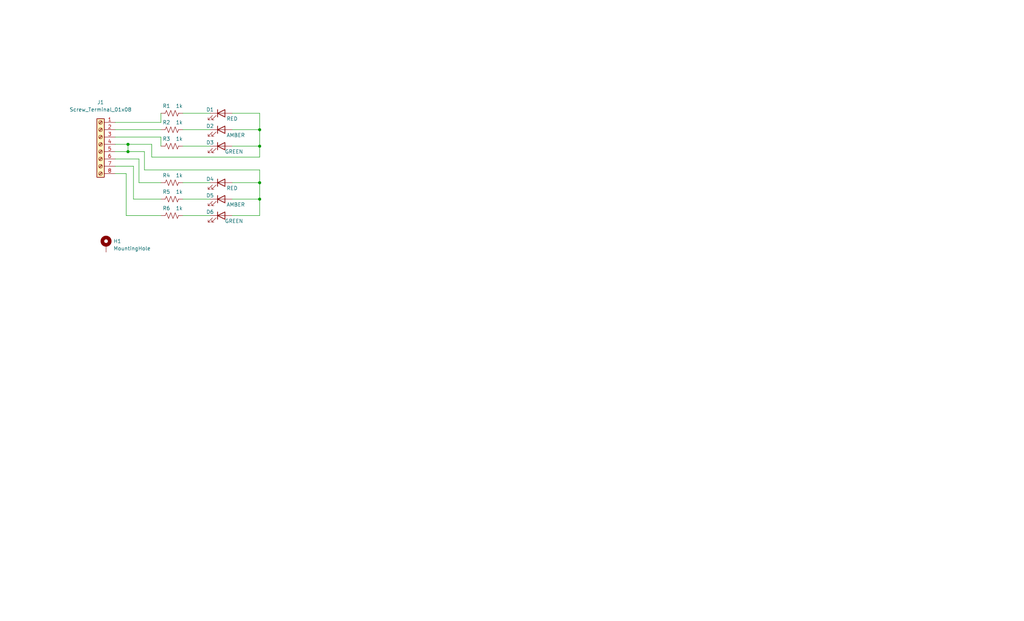
<source format=kicad_sch>
(kicad_sch (version 20211123) (generator eeschema)
  (paper "USLegal")
  (title_block (title "MSS Cascade Basic v1.0") (company "Iowa Scaled Engineering"))
  (lib_symbols
    (symbol "Connector:Screw_Terminal_01x08" (pin_names (offset 1.016) hide)
      (property "Reference" "J" (at 0 10.16 0))
      (property "Value" "Screw_Terminal_01x08" (at 0 -12.7 0))
      (symbol "Screw_Terminal_01x08_1_1"
        (rectangle (start -1.27 8.89) (end 1.27 -11.43) (stroke (width 0.254)) (fill (type background)))
        (circle (center 0 -10.16) (radius 0.635) (stroke (width 0.1524)))
        (circle (center 0 -7.62) (radius 0.635) (stroke (width 0.1524)))
        (circle (center 0 -5.08) (radius 0.635) (stroke (width 0.1524)))
        (circle (center 0 -2.54) (radius 0.635) (stroke (width 0.1524)))
        (polyline (pts (xy -0.5334 -9.8298) (xy 0.3302 -10.668)) (stroke (width 0.1524)))
        (polyline (pts (xy -0.5334 -7.2898) (xy 0.3302 -8.128)) (stroke (width 0.1524)))
        (polyline (pts (xy -0.5334 -4.7498) (xy 0.3302 -5.588)) (stroke (width 0.1524)))
        (polyline (pts (xy -0.5334 -2.2098) (xy 0.3302 -3.048)) (stroke (width 0.1524)))
        (polyline (pts (xy -0.5334 0.3302) (xy 0.3302 -0.508)) (stroke (width 0.1524)))
        (polyline (pts (xy -0.5334 2.8702) (xy 0.3302 2.032)) (stroke (width 0.1524)))
        (polyline (pts (xy -0.5334 5.4102) (xy 0.3302 4.572)) (stroke (width 0.1524)))
        (polyline (pts (xy -0.5334 7.9502) (xy 0.3302 7.112)) (stroke (width 0.1524)))
        (polyline (pts (xy -0.3556 -9.652) (xy 0.508 -10.4902)) (stroke (width 0.1524)))
        (polyline (pts (xy -0.3556 -7.112) (xy 0.508 -7.9502)) (stroke (width 0.1524)))
        (polyline (pts (xy -0.3556 -4.572) (xy 0.508 -5.4102)) (stroke (width 0.1524)))
        (polyline (pts (xy -0.3556 -2.032) (xy 0.508 -2.8702)) (stroke (width 0.1524)))
        (polyline (pts (xy -0.3556 0.508) (xy 0.508 -0.3302)) (stroke (width 0.1524)))
        (polyline (pts (xy -0.3556 3.048) (xy 0.508 2.2098)) (stroke (width 0.1524)))
        (polyline (pts (xy -0.3556 5.588) (xy 0.508 4.7498)) (stroke (width 0.1524)))
        (polyline (pts (xy -0.3556 8.128) (xy 0.508 7.2898)) (stroke (width 0.1524)))
        (circle (center 0 0) (radius 0.635) (stroke (width 0.1524)))
        (circle (center 0 2.54) (radius 0.635) (stroke (width 0.1524)))
        (circle (center 0 5.08) (radius 0.635) (stroke (width 0.1524)))
        (circle (center 0 7.62) (radius 0.635) (stroke (width 0.1524)))
        (pin passive line (at -5.08 7.62 0) (length 3.81) (name "Pin_1") (number "1"))
        (pin passive line (at -5.08 5.08 0) (length 3.81) (name "Pin_2") (number "2"))
        (pin passive line (at -5.08 2.54 0) (length 3.81) (name "Pin_3") (number "3"))
        (pin passive line (at -5.08 0 0) (length 3.81) (name "Pin_4") (number "4"))
        (pin passive line (at -5.08 -2.54 0) (length 3.81) (name "Pin_5") (number "5"))
        (pin passive line (at -5.08 -5.08 0) (length 3.81) (name "Pin_6") (number "6"))
        (pin passive line (at -5.08 -7.62 0) (length 3.81) (name "Pin_7") (number "7"))
        (pin passive line (at -5.08 -10.16 0) (length 3.81) (name "Pin_8") (number "8"))
      )
    )
    (symbol "Device:LED" (pin_numbers hide) (pin_names (offset 1.016) hide)
      (property "Reference" "D" (at 0 2.54 0))
      (property "Value" "LED" (at 0 -2.54 0))
      (symbol "LED_0_1"
        (polyline (pts (xy -1.27 -1.27) (xy -1.27 1.27)) (stroke (width 0.254)))
        (polyline (pts (xy -1.27 0) (xy 1.27 0)))
        (polyline (pts (xy 1.27 -1.27) (xy 1.27 1.27) (xy -1.27 0) (xy 1.27 -1.27)) (stroke (width 0.254)))
        (polyline (pts (xy -3.048 -0.762) (xy -4.572 -2.286) (xy -3.81 -2.286) (xy -4.572 -2.286) (xy -4.572 -1.524)))
        (polyline (pts (xy -1.778 -0.762) (xy -3.302 -2.286) (xy -2.54 -2.286) (xy -3.302 -2.286) (xy -3.302 -1.524)))
      )
      (symbol "LED_1_1"
        (pin passive line (at -3.81 0 0) (length 2.54) (name "K") (number "1"))
        (pin passive line (at 3.81 0 180) (length 2.54) (name "A") (number "2"))
      )
    )
    (symbol "Device:R_US" (pin_numbers hide) (pin_names (offset 0))
      (property "Reference" "R" (at 2.54 0 90))
      (property "Value" "R_US" (at -2.54 0 90))
      (symbol "R_US_0_1"
        (polyline (pts (xy 0 -2.286) (xy 0 -2.54)))
        (polyline (pts (xy 0 2.286) (xy 0 2.54)))
        (polyline (pts (xy 0 -0.762) (xy 1.016 -1.143) (xy 0 -1.524) (xy -1.016 -1.905) (xy 0 -2.286)))
        (polyline (pts (xy 0 0.762) (xy 1.016 0.381) (xy 0 0) (xy -1.016 -0.381) (xy 0 -0.762)))
        (polyline (pts (xy 0 2.286) (xy 1.016 1.905) (xy 0 1.524) (xy -1.016 1.143) (xy 0 0.762)))
      )
      (symbol "R_US_1_1"
        (pin passive line (at 0 3.81 270) (length 1.27) (name "~") (number "1"))
        (pin passive line (at 0 -3.81 90) (length 1.27) (name "~") (number "2"))
      )
    )
    (symbol "Mechanical:MountingHole_Pad" (pin_numbers hide) (pin_names (offset 1.016) hide)
      (property "Reference" "H" (at 0 6.35 0))
      (property "Value" "MountingHole_Pad" (at 0 4.445 0))
      (symbol "MountingHole_Pad_0_1"
        (circle (center 0 1.27) (radius 1.27) (stroke (width 1.27)))
      )
      (symbol "MountingHole_Pad_1_1"
        (pin input line (at 0 -2.54 90) (length 2.54) (name "1") (number "1"))
      )
    )
  )
  (junction (at 90.17 69.215))
  (junction (at 90.17 50.8))
  (junction (at 44.45 50.165))
  (junction (at 44.45 52.705))
  (junction (at 90.17 45.085))
  (junction (at 90.17 63.5))
  (wire (pts (xy 63.5 39.37) (xy 73.025 39.37)))
  (wire (pts (xy 48.26 63.5) (xy 55.88 63.5)))
  (wire (pts (xy 80.645 39.37) (xy 90.17 39.37)))
  (wire (pts (xy 80.645 69.215) (xy 90.17 69.215)))
  (wire (pts (xy 80.645 50.8) (xy 90.17 50.8)))
  (wire (pts (xy 40.005 50.165) (xy 44.45 50.165)))
  (wire (pts (xy 40.005 57.785) (xy 46.355 57.785)))
  (wire (pts (xy 43.815 60.325) (xy 43.815 74.93)))
  (wire (pts (xy 55.88 42.545) (xy 55.88 39.37)))
  (wire (pts (xy 52.705 54.61) (xy 90.17 54.61)))
  (wire (pts (xy 50.165 52.705) (xy 50.165 59.055)))
  (wire (pts (xy 44.45 50.165) (xy 44.45 52.705)))
  (wire (pts (xy 90.17 50.8) (xy 90.17 54.61)))
  (wire (pts (xy 52.705 50.165) (xy 52.705 54.61)))
  (wire (pts (xy 43.815 74.93) (xy 55.88 74.93)))
  (wire (pts (xy 90.17 63.5) (xy 90.17 69.215)))
  (wire (pts (xy 40.005 55.245) (xy 48.26 55.245)))
  (wire (pts (xy 90.17 45.085) (xy 90.17 50.8)))
  (wire (pts (xy 40.005 60.325) (xy 43.815 60.325)))
  (wire (pts (xy 63.5 69.215) (xy 73.025 69.215)))
  (wire (pts (xy 90.17 39.37) (xy 90.17 45.085)))
  (wire (pts (xy 40.005 47.625) (xy 55.88 47.625)))
  (wire (pts (xy 40.005 45.085) (xy 55.88 45.085)))
  (wire (pts (xy 63.5 63.5) (xy 73.025 63.5)))
  (wire (pts (xy 63.5 74.93) (xy 73.025 74.93)))
  (wire (pts (xy 80.645 74.93) (xy 90.17 74.93)))
  (wire (pts (xy 44.45 52.705) (xy 50.165 52.705)))
  (wire (pts (xy 46.355 57.785) (xy 46.355 69.215)))
  (wire (pts (xy 40.005 42.545) (xy 55.88 42.545)))
  (wire (pts (xy 90.17 59.055) (xy 90.17 63.5)))
  (wire (pts (xy 50.165 59.055) (xy 90.17 59.055)))
  (wire (pts (xy 90.17 69.215) (xy 90.17 74.93)))
  (wire (pts (xy 46.355 69.215) (xy 55.88 69.215)))
  (wire (pts (xy 44.45 50.165) (xy 52.705 50.165)))
  (wire (pts (xy 40.005 52.705) (xy 44.45 52.705)))
  (wire (pts (xy 55.88 47.625) (xy 55.88 50.8)))
  (wire (pts (xy 48.26 55.245) (xy 48.26 63.5)))
  (wire (pts (xy 80.645 63.5) (xy 90.17 63.5)))
  (wire (pts (xy 63.5 50.8) (xy 73.025 50.8)))
  (wire (pts (xy 80.645 45.085) (xy 90.17 45.085)))
  (wire (pts (xy 63.5 45.085) (xy 73.025 45.085)))
  (symbol (lib_id "Device:LED") (at 76.835 74.93 0) (unit 1)
    (property "Reference" "D6" (at 74.295 73.66 0) (effects (justify right)))
    (property "Value" "GREEN" (at 84.455 76.835 0) (effects (justify right)))
    (property "Footprint" "LED_SMD:LED_0805_2012Metric" (effects hide))
  )
  (symbol (lib_id "Device:R_US") (at 59.69 45.085 270) (unit 1)
    (property "Reference" "R2" (at 57.785 42.545 90))
    (property "Value" "1k" (at 62.23 42.545 90))
    (property "Footprint" "Resistor_SMD:R_0805_2012Metric" (effects hide))
  )
  (symbol (lib_id "Device:R_US") (at 59.69 74.93 270) (unit 1)
    (property "Reference" "R6" (at 57.785 72.39 90))
    (property "Value" "1k" (at 62.23 72.39 90))
    (property "Footprint" "Resistor_SMD:R_0805_2012Metric" (effects hide))
  )
  (symbol (lib_id "Device:LED") (at 76.835 69.215 0) (unit 1)
    (property "Reference" "D5" (at 74.295 67.945 0) (effects (justify right)))
    (property "Value" "AMBER" (at 85.09 71.12 0) (effects (justify right)))
    (property "Footprint" "LED_SMD:LED_0805_2012Metric" (effects hide))
  )
  (symbol (lib_id "Device:LED") (at 76.835 50.8 0) (unit 1)
    (property "Reference" "D3" (at 74.295 49.53 0) (effects (justify right)))
    (property "Value" "GREEN" (at 84.455 52.705 0) (effects (justify right)))
    (property "Footprint" "LED_SMD:LED_0805_2012Metric" (effects hide))
  )
  (symbol (lib_id "Device:R_US") (at 59.69 69.215 270) (unit 1)
    (property "Reference" "R5" (at 57.785 66.675 90))
    (property "Value" "1k" (at 62.23 66.675 90))
    (property "Footprint" "Resistor_SMD:R_0805_2012Metric" (effects hide))
  )
  (symbol (lib_id "Device:R_US") (at 59.69 39.37 270) (unit 1)
    (property "Reference" "R1" (at 57.785 36.83 90))
    (property "Value" "1k" (at 62.23 36.83 90))
    (property "Footprint" "Resistor_SMD:R_0805_2012Metric" (effects hide))
  )
  (symbol (lib_id "Device:R_US") (at 59.69 63.5 270) (unit 1)
    (property "Reference" "R4" (at 57.785 60.96 90))
    (property "Value" "1k" (at 62.23 60.96 90))
    (property "Footprint" "Resistor_SMD:R_0805_2012Metric" (effects hide))
  )
  (symbol (lib_id "Device:R_US") (at 59.69 50.8 270) (unit 1)
    (property "Reference" "R3" (at 57.785 48.26 90))
    (property "Value" "1k" (at 62.23 48.26 90))
    (property "Footprint" "Resistor_SMD:R_0805_2012Metric" (effects hide))
  )
  (symbol (lib_id "Device:LED") (at 76.835 63.5 0) (unit 1)
    (property "Reference" "D4" (at 74.295 62.23 0) (effects (justify right)))
    (property "Value" "RED" (at 82.55 65.405 0) (effects (justify right)))
    (property "Footprint" "LED_SMD:LED_0805_2012Metric" (effects hide))
  )
  (symbol (lib_id "Device:LED") (at 76.835 45.085 0) (unit 1)
    (property "Reference" "D2" (at 74.295 43.815 0) (effects (justify right)))
    (property "Value" "AMBER" (at 85.09 46.99 0) (effects (justify right)))
    (property "Footprint" "LED_SMD:LED_0805_2012Metric" (effects hide))
  )
  (symbol (lib_id "Device:LED") (at 76.835 39.37 0) (unit 1)
    (property "Reference" "D1" (at 74.295 38.1 0) (effects (justify right)))
    (property "Value" "RED" (at 82.55 41.275 0) (effects (justify right)))
    (property "Footprint" "LED_SMD:LED_0805_2012Metric" (effects hide))
  )
  (symbol (lib_id "Connector:Screw_Terminal_01x08") (at 34.925 50.165 0) (mirror y) (unit 1)
    (property "Reference" "J1" (at 34.925 35.56 0))
    (property "Value" "Screw_Terminal_01x08" (at 34.925 38.1 0))
    (property "Footprint" "TerminalBlock_Phoenix:TerminalBlock_Phoenix_MPT-0,5-8-2.54_1x08_P2.54mm_Horizontal" (effects hide))
  )
  (symbol (lib_id "Mechanical:MountingHole_Pad") (at 36.83 85.09 0) (unit 1)
    (property "Reference" "H1" (at 39.37 83.8199 0) (effects (justify left)))
    (property "Value" "MountingHole" (at 39.37 86.3599 0) (effects (justify left)))
    (property "Footprint" "MountingHole:MountingHole_3.2mm_M3_Pad" (effects hide))
  )
)
</source>
